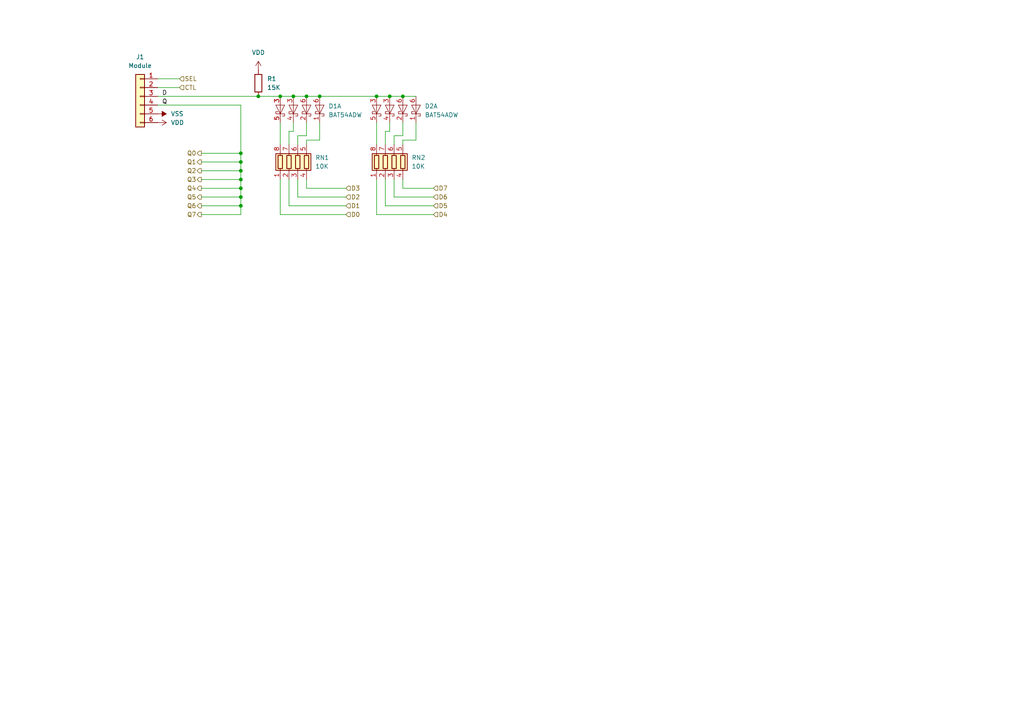
<source format=kicad_sch>
(kicad_sch (version 20231120) (generator "eeschema") (generator_version "8.0")
  (paper "A4")
  (lib_symbols
    (symbol "Connector_Generic:Conn_01x06" (pin_names (offset 1.016) hide)
      (property "Reference" "J" (at 0 7.62 0))
      (property "Value" "Conn_01x06" (at 0 -10.16 0))
      (symbol "Conn_01x06_1_1"
        (rectangle (start -1.27 -7.493) (end 0 -7.747) (stroke (width 0.1524)))
        (rectangle (start -1.27 -4.953) (end 0 -5.207) (stroke (width 0.1524)))
        (rectangle (start -1.27 -2.413) (end 0 -2.667) (stroke (width 0.1524)))
        (rectangle (start -1.27 0.127) (end 0 -0.127) (stroke (width 0.1524)))
        (rectangle (start -1.27 2.667) (end 0 2.413) (stroke (width 0.1524)))
        (rectangle (start -1.27 5.207) (end 0 4.953) (stroke (width 0.1524)))
        (rectangle (start -1.27 6.35) (end 1.27 -8.89) (stroke (width 0.254)) (fill (type background)))
        (pin passive line (at -5.08 5.08 0) (length 3.81) (name "Pin_1") (number "1"))
        (pin passive line (at -5.08 2.54 0) (length 3.81) (name "Pin_2") (number "2"))
        (pin passive line (at -5.08 0 0) (length 3.81) (name "Pin_3") (number "3"))
        (pin passive line (at -5.08 -2.54 0) (length 3.81) (name "Pin_4") (number "4"))
        (pin passive line (at -5.08 -5.08 0) (length 3.81) (name "Pin_5") (number "5"))
        (pin passive line (at -5.08 -7.62 0) (length 3.81) (name "Pin_6") (number "6"))
      )
    )
    (symbol "Device:R" (pin_numbers hide) (pin_names (offset 0))
      (property "Reference" "R" (at 2.032 0 90))
      (property "Value" "R" (at 0 0 90))
      (symbol "R_0_1"
        (rectangle (start -1.016 -2.54) (end 1.016 2.54) (stroke (width 0.254)))
      )
      (symbol "R_1_1"
        (pin passive line (at 0 3.81 270) (length 1.27) (name "~") (number "1"))
        (pin passive line (at 0 -3.81 90) (length 1.27) (name "~") (number "2"))
      )
    )
    (symbol "Device:R_Pack04" (pin_names (offset 0) hide)
      (property "Reference" "RN" (at -7.62 0 90))
      (property "Value" "R_Pack04" (at 5.08 0 90))
      (symbol "R_Pack04_0_1"
        (rectangle (start -6.35 -2.413) (end 3.81 2.413) (stroke (width 0.254)) (fill (type background)))
        (rectangle (start -5.715 1.905) (end -4.445 -1.905) (stroke (width 0.254)))
        (rectangle (start -3.175 1.905) (end -1.905 -1.905) (stroke (width 0.254)))
        (rectangle (start -0.635 1.905) (end 0.635 -1.905) (stroke (width 0.254)))
        (polyline (pts (xy -5.08 -2.54) (xy -5.08 -1.905)))
        (polyline (pts (xy -5.08 1.905) (xy -5.08 2.54)))
        (polyline (pts (xy -2.54 -2.54) (xy -2.54 -1.905)))
        (polyline (pts (xy -2.54 1.905) (xy -2.54 2.54)))
        (polyline (pts (xy 0 -2.54) (xy 0 -1.905)))
        (polyline (pts (xy 0 1.905) (xy 0 2.54)))
        (polyline (pts (xy 2.54 -2.54) (xy 2.54 -1.905)))
        (polyline (pts (xy 2.54 1.905) (xy 2.54 2.54)))
        (rectangle (start 1.905 1.905) (end 3.175 -1.905) (stroke (width 0.254)))
      )
      (symbol "R_Pack04_1_1"
        (pin passive line (at -5.08 -5.08 90) (length 2.54) (name "R1.1") (number "1"))
        (pin passive line (at -2.54 -5.08 90) (length 2.54) (name "R2.1") (number "2"))
        (pin passive line (at 0 -5.08 90) (length 2.54) (name "R3.1") (number "3"))
        (pin passive line (at 2.54 -5.08 90) (length 2.54) (name "R4.1") (number "4"))
        (pin passive line (at 2.54 5.08 270) (length 2.54) (name "R4.2") (number "5"))
        (pin passive line (at 0 5.08 270) (length 2.54) (name "R3.2") (number "6"))
        (pin passive line (at -2.54 5.08 270) (length 2.54) (name "R2.2") (number "7"))
        (pin passive line (at -5.08 5.08 270) (length 2.54) (name "R1.2") (number "8"))
      )
    )
    (symbol "Diode:BAT54ADW" (pin_names (offset 1.016) hide)
      (property "Reference" "D" (at 0 2.54 0))
      (property "Value" "BAT54ADW" (at 0 -2.54 0))
      (symbol "BAT54ADW_0_1"
        (polyline (pts (xy 1.27 -1.27) (xy 1.27 1.27)))
        (polyline (pts (xy 1.27 0) (xy -1.27 0)))
        (polyline (pts (xy 1.27 1.27) (xy -1.27 0) (xy 1.27 -1.27)))
        (polyline (pts (xy -0.635 0.635) (xy -0.635 1.27) (xy -1.27 1.27) (xy -1.27 -1.27) (xy -1.905 -1.27) (xy -1.905 -0.635)))
      )
      (symbol "BAT54ADW_1_1"
        (pin passive line (at -3.81 0 0) (length 2.54) (name "K") (number "1"))
        (pin passive line (at 3.81 0 180) (length 2.54) (name "A") (number "6"))
      )
      (symbol "BAT54ADW_2_1"
        (pin passive line (at -3.81 0 0) (length 2.54) (name "K") (number "2"))
        (pin passive line (at 3.81 0 180) (length 2.54) (name "A") (number "6"))
      )
      (symbol "BAT54ADW_3_1"
        (pin passive line (at 3.81 0 180) (length 2.54) (name "A") (number "3"))
        (pin passive line (at -3.81 0 0) (length 2.54) (name "K") (number "4"))
      )
      (symbol "BAT54ADW_4_1"
        (pin passive line (at 3.81 0 180) (length 2.54) (name "A") (number "3"))
        (pin passive line (at -3.81 0 0) (length 2.54) (name "K") (number "5"))
      )
    )
    (symbol "power:VDD" (power) (pin_numbers hide) (pin_names (offset 0) hide)
      (property "Value" "VDD" (at 0 3.556 0))
      (symbol "VDD_0_1"
        (polyline (pts (xy -0.762 1.27) (xy 0 2.54)))
        (polyline (pts (xy 0 0) (xy 0 2.54)))
        (polyline (pts (xy 0 2.54) (xy 0.762 1.27)))
      )
      (symbol "VDD_1_1"
        (pin power_in line (at 0 0 90) (length 0) (name "~") (number "1"))
      )
    )
    (symbol "power:VSS" (power) (pin_numbers hide) (pin_names (offset 0) hide)
      (property "Value" "VSS" (at 0 3.556 0))
      (symbol "VSS_0_1"
        (polyline (pts (xy 0 0) (xy 0 2.54)))
        (polyline (pts (xy 0.762 1.27) (xy -0.762 1.27) (xy 0 2.54) (xy 0.762 1.27)) (fill (type outline)))
      )
      (symbol "VSS_1_1"
        (pin power_in line (at 0 0 90) (length 0) (name "~") (number "1"))
      )
    )
  )
  (junction (at 69.85 54.61))
  (junction (at 69.85 44.45))
  (junction (at 92.71 27.94))
  (junction (at 85.09 27.94))
  (junction (at 81.28 27.94))
  (junction (at 69.85 46.99))
  (junction (at 69.85 57.15))
  (junction (at 88.9 27.94))
  (junction (at 69.85 49.53))
  (junction (at 113.03 27.94))
  (junction (at 74.93 27.94))
  (junction (at 109.22 27.94))
  (junction (at 116.84 27.94))
  (junction (at 69.85 52.07))
  (junction (at 69.85 59.69))
  (wire (pts (xy 81.28 62.23) (xy 100.33 62.23)))
  (wire (pts (xy 116.84 52.07) (xy 116.84 54.61)))
  (wire (pts (xy 111.76 41.91) (xy 111.76 38.1)))
  (wire (pts (xy 58.42 46.99) (xy 69.85 46.99)))
  (wire (pts (xy 52.07 25.4) (xy 45.72 25.4)))
  (wire (pts (xy 88.9 27.94) (xy 92.71 27.94)))
  (wire (pts (xy 58.42 59.69) (xy 69.85 59.69)))
  (wire (pts (xy 88.9 40.64) (xy 92.71 40.64)))
  (wire (pts (xy 69.85 49.53) (xy 69.85 52.07)))
  (wire (pts (xy 88.9 39.37) (xy 88.9 35.56)))
  (wire (pts (xy 116.84 54.61) (xy 125.73 54.61)))
  (wire (pts (xy 111.76 38.1) (xy 113.03 38.1)))
  (wire (pts (xy 109.22 62.23) (xy 125.73 62.23)))
  (wire (pts (xy 113.03 27.94) (xy 116.84 27.94)))
  (wire (pts (xy 114.3 41.91) (xy 114.3 39.37)))
  (wire (pts (xy 88.9 41.91) (xy 88.9 40.64)))
  (wire (pts (xy 81.28 35.56) (xy 81.28 41.91)))
  (wire (pts (xy 109.22 27.94) (xy 113.03 27.94)))
  (wire (pts (xy 69.85 59.69) (xy 69.85 62.23)))
  (wire (pts (xy 86.36 41.91) (xy 86.36 39.37)))
  (wire (pts (xy 83.82 41.91) (xy 83.82 38.1)))
  (wire (pts (xy 69.85 54.61) (xy 69.85 57.15)))
  (wire (pts (xy 58.42 44.45) (xy 69.85 44.45)))
  (wire (pts (xy 111.76 59.69) (xy 125.73 59.69)))
  (wire (pts (xy 45.72 27.94) (xy 74.93 27.94)))
  (wire (pts (xy 116.84 27.94) (xy 120.65 27.94)))
  (wire (pts (xy 74.93 27.94) (xy 81.28 27.94)))
  (wire (pts (xy 92.71 40.64) (xy 92.71 35.56)))
  (wire (pts (xy 92.71 27.94) (xy 109.22 27.94)))
  (wire (pts (xy 88.9 54.61) (xy 100.33 54.61)))
  (wire (pts (xy 116.84 41.91) (xy 116.84 40.64)))
  (wire (pts (xy 86.36 52.07) (xy 86.36 57.15)))
  (wire (pts (xy 85.09 38.1) (xy 85.09 35.56)))
  (wire (pts (xy 88.9 52.07) (xy 88.9 54.61)))
  (wire (pts (xy 83.82 52.07) (xy 83.82 59.69)))
  (wire (pts (xy 83.82 38.1) (xy 85.09 38.1)))
  (wire (pts (xy 45.72 30.48) (xy 69.85 30.48)))
  (wire (pts (xy 58.42 57.15) (xy 69.85 57.15)))
  (wire (pts (xy 109.22 35.56) (xy 109.22 41.91)))
  (wire (pts (xy 114.3 57.15) (xy 125.73 57.15)))
  (wire (pts (xy 120.65 40.64) (xy 120.65 35.56)))
  (wire (pts (xy 111.76 52.07) (xy 111.76 59.69)))
  (wire (pts (xy 52.07 22.86) (xy 45.72 22.86)))
  (wire (pts (xy 114.3 39.37) (xy 116.84 39.37)))
  (wire (pts (xy 116.84 39.37) (xy 116.84 35.56)))
  (wire (pts (xy 114.3 52.07) (xy 114.3 57.15)))
  (wire (pts (xy 113.03 38.1) (xy 113.03 35.56)))
  (wire (pts (xy 81.28 27.94) (xy 85.09 27.94)))
  (wire (pts (xy 69.85 46.99) (xy 69.85 49.53)))
  (wire (pts (xy 81.28 52.07) (xy 81.28 62.23)))
  (wire (pts (xy 83.82 59.69) (xy 100.33 59.69)))
  (wire (pts (xy 58.42 49.53) (xy 69.85 49.53)))
  (wire (pts (xy 86.36 39.37) (xy 88.9 39.37)))
  (wire (pts (xy 116.84 40.64) (xy 120.65 40.64)))
  (wire (pts (xy 58.42 54.61) (xy 69.85 54.61)))
  (wire (pts (xy 85.09 27.94) (xy 88.9 27.94)))
  (wire (pts (xy 86.36 57.15) (xy 100.33 57.15)))
  (wire (pts (xy 69.85 57.15) (xy 69.85 59.69)))
  (wire (pts (xy 69.85 30.48) (xy 69.85 44.45)))
  (wire (pts (xy 58.42 62.23) (xy 69.85 62.23)))
  (wire (pts (xy 58.42 52.07) (xy 69.85 52.07)))
  (wire (pts (xy 69.85 52.07) (xy 69.85 54.61)))
  (wire (pts (xy 69.85 44.45) (xy 69.85 46.99)))
  (wire (pts (xy 109.22 52.07) (xy 109.22 62.23)))
  (label "Q" (at 46.99 30.48 0))
  (label "D" (at 46.99 27.94 0))
  (hierarchical_label "D0" (shape input) (at 100.33 62.23 0))
  (hierarchical_label "Q1" (shape output) (at 58.42 46.99 180))
  (hierarchical_label "Q5" (shape output) (at 58.42 57.15 180))
  (hierarchical_label "D2" (shape input) (at 100.33 57.15 0))
  (hierarchical_label "D6" (shape input) (at 125.73 57.15 0))
  (hierarchical_label "D1" (shape input) (at 100.33 59.69 0))
  (hierarchical_label "Q3" (shape output) (at 58.42 52.07 180))
  (hierarchical_label "Q7" (shape output) (at 58.42 62.23 180))
  (hierarchical_label "CTL" (shape input) (at 52.07 25.4 0))
  (hierarchical_label "D4" (shape input) (at 125.73 62.23 0))
  (hierarchical_label "Q4" (shape output) (at 58.42 54.61 180))
  (hierarchical_label "D5" (shape input) (at 125.73 59.69 0))
  (hierarchical_label "D7" (shape input) (at 125.73 54.61 0))
  (hierarchical_label "Q6" (shape output) (at 58.42 59.69 180))
  (hierarchical_label "Q2" (shape output) (at 58.42 49.53 180))
  (hierarchical_label "Q0" (shape output) (at 58.42 44.45 180))
  (hierarchical_label "SEL" (shape input) (at 52.07 22.86 0))
  (hierarchical_label "D3" (shape input) (at 100.33 54.61 0))
  (symbol (lib_id "Device:R_Pack04") (at 114.3 46.99 0) (unit 1)
    (property "Reference" "RN2" (at 119.38 45.7199 0) (effects (justify left)))
    (property "Value" "10K" (at 119.38 48.2599 0) (effects (justify left)))
    (property "Footprint" "Resistor_SMD:R_Array_Concave_4x0603" (effects (hide yes)))
    (property "Description" "4 resistor network, parallel topology" (effects (hide yes)))
  )
  (symbol (lib_id "Diode:BAT54ADW") (at 113.03 31.75 90) (unit 3)
    (property "Reference" "D2" (effects (hide yes)))
    (property "Value" "BAT54ADW" (effects (hide yes)))
    (property "Footprint" "Package_TO_SOT_SMD:SOT-363_SC-70-6" (effects (hide yes)))
    (property "Datasheet" "http://www.diodes.com/datasheets/ds30152.pdf" (effects (hide yes)))
    (property "Description" "Schottky diode array 2 pair Com A" (effects (hide yes)))
  )
  (symbol (lib_id "Device:R_Pack04") (at 86.36 46.99 0) (unit 1)
    (property "Reference" "RN1" (at 91.44 45.7199 0) (effects (justify left)))
    (property "Value" "10K" (at 91.44 48.2599 0) (effects (justify left)))
    (property "Footprint" "Resistor_SMD:R_Array_Concave_4x0603" (effects (hide yes)))
    (property "Description" "4 resistor network, parallel topology" (effects (hide yes)))
  )
  (symbol (lib_id "power:VDD") (at 74.93 20.32 0) (unit 1)
    (property "Reference" "#PWR03" (effects (hide yes)))
    (property "Value" "VDD" (at 74.93 15.24 0))
    (property "Description" "Power symbol creates a global label with name \"VDD\"" (effects (hide yes)))
  )
  (symbol (lib_id "power:VSS") (at 45.72 33.02 270) (mirror x) (unit 1)
    (property "Reference" "#PWR01" (effects (hide yes)))
    (property "Value" "VSS" (at 49.53 33.0199 90) (effects (justify left)))
    (property "Description" "Power symbol creates a global label with name \"VSS\"" (effects (hide yes)))
  )
  (symbol (lib_id "Diode:BAT54ADW") (at 85.09 31.75 90) (unit 3)
    (property "Reference" "D1" (effects (hide yes)))
    (property "Value" "BAT54ADW" (effects (hide yes)))
    (property "Footprint" "Package_TO_SOT_SMD:SOT-363_SC-70-6" (effects (hide yes)))
    (property "Datasheet" "http://www.diodes.com/datasheets/ds30152.pdf" (effects (hide yes)))
    (property "Description" "Schottky diode array 2 pair Com A" (effects (hide yes)))
  )
  (symbol (lib_id "Diode:BAT54ADW") (at 81.28 31.75 90) (unit 4)
    (property "Reference" "D1" (effects (hide yes)))
    (property "Value" "BAT54ADW" (effects (hide yes)))
    (property "Footprint" "Package_TO_SOT_SMD:SOT-363_SC-70-6" (effects (hide yes)))
    (property "Datasheet" "http://www.diodes.com/datasheets/ds30152.pdf" (effects (hide yes)))
    (property "Description" "Schottky diode array 2 pair Com A" (effects (hide yes)))
  )
  (symbol (lib_id "Diode:BAT54ADW") (at 116.84 31.75 90) (unit 2)
    (property "Reference" "D2" (effects (hide yes)))
    (property "Value" "BAT54ADW" (effects (hide yes)))
    (property "Footprint" "Package_TO_SOT_SMD:SOT-363_SC-70-6" (effects (hide yes)))
    (property "Datasheet" "http://www.diodes.com/datasheets/ds30152.pdf" (effects (hide yes)))
    (property "Description" "Schottky diode array 2 pair Com A" (effects (hide yes)))
  )
  (symbol (lib_id "Diode:BAT54ADW") (at 92.71 31.75 90) (unit 1)
    (property "Reference" "D1" (at 95.25 30.7974 90) (effects (justify right)))
    (property "Value" "BAT54ADW" (at 95.25 33.3374 90) (effects (justify right)))
    (property "Footprint" "Package_TO_SOT_SMD:SOT-363_SC-70-6" (effects (hide yes)))
    (property "Datasheet" "http://www.diodes.com/datasheets/ds30152.pdf" (effects (hide yes)))
    (property "Description" "Schottky diode array 2 pair Com A" (effects (hide yes)))
  )
  (symbol (lib_id "Diode:BAT54ADW") (at 120.65 31.75 90) (unit 1)
    (property "Reference" "D2" (at 123.19 30.7974 90) (effects (justify right)))
    (property "Value" "BAT54ADW" (at 123.19 33.3374 90) (effects (justify right)))
    (property "Footprint" "Package_TO_SOT_SMD:SOT-363_SC-70-6" (effects (hide yes)))
    (property "Datasheet" "http://www.diodes.com/datasheets/ds30152.pdf" (effects (hide yes)))
    (property "Description" "Schottky diode array 2 pair Com A" (effects (hide yes)))
  )
  (symbol (lib_id "Connector_Generic:Conn_01x06") (at 40.64 27.94 0) (mirror y) (unit 1)
    (property "Reference" "J1" (at 40.64 16.51 0))
    (property "Value" "Module" (at 40.64 19.05 0))
    (property "Footprint" "Connector_PinSocket_2.54mm:PinSocket_2x03_P2.54mm_Vertical_SMD" (effects (hide yes)))
    (property "Description" "Generic connector, single row, 01x06, script generated (kicad-library-utils/schlib/autogen/connector/)" (effects (hide yes)))
    (property "LCSC" "C5149353" (effects (hide yes)))
    (property "Manufacturer" "HCTL" (effects (hide yes)))
    (property "Part Number" "PZ254-2-03-WS" (effects (hide yes)))
  )
  (symbol (lib_id "Device:R") (at 74.93 24.13 0) (unit 1)
    (property "Reference" "R1" (at 77.47 22.8599 0) (effects (justify left)))
    (property "Value" "15K" (at 77.47 25.3999 0) (effects (justify left)))
    (property "Description" "Resistor" (effects (hide yes)))
  )
  (symbol (lib_id "Diode:BAT54ADW") (at 109.22 31.75 90) (unit 4)
    (property "Reference" "D2" (effects (hide yes)))
    (property "Value" "BAT54ADW" (effects (hide yes)))
    (property "Footprint" "Package_TO_SOT_SMD:SOT-363_SC-70-6" (effects (hide yes)))
    (property "Datasheet" "http://www.diodes.com/datasheets/ds30152.pdf" (effects (hide yes)))
    (property "Description" "Schottky diode array 2 pair Com A" (effects (hide yes)))
  )
  (symbol (lib_id "power:VDD") (at 45.72 35.56 270) (mirror x) (unit 1)
    (property "Reference" "#PWR02" (effects (hide yes)))
    (property "Value" "VDD" (at 49.53 35.5599 90) (effects (justify left)))
    (property "Description" "Power symbol creates a global label with name \"VDD\"" (effects (hide yes)))
  )
  (symbol (lib_id "Diode:BAT54ADW") (at 88.9 31.75 90) (unit 2)
    (property "Reference" "D1" (effects (hide yes)))
    (property "Value" "BAT54ADW" (effects (hide yes)))
    (property "Footprint" "Package_TO_SOT_SMD:SOT-363_SC-70-6" (effects (hide yes)))
    (property "Datasheet" "http://www.diodes.com/datasheets/ds30152.pdf" (effects (hide yes)))
    (property "Description" "Schottky diode array 2 pair Com A" (effects (hide yes)))
  )
)
</source>
